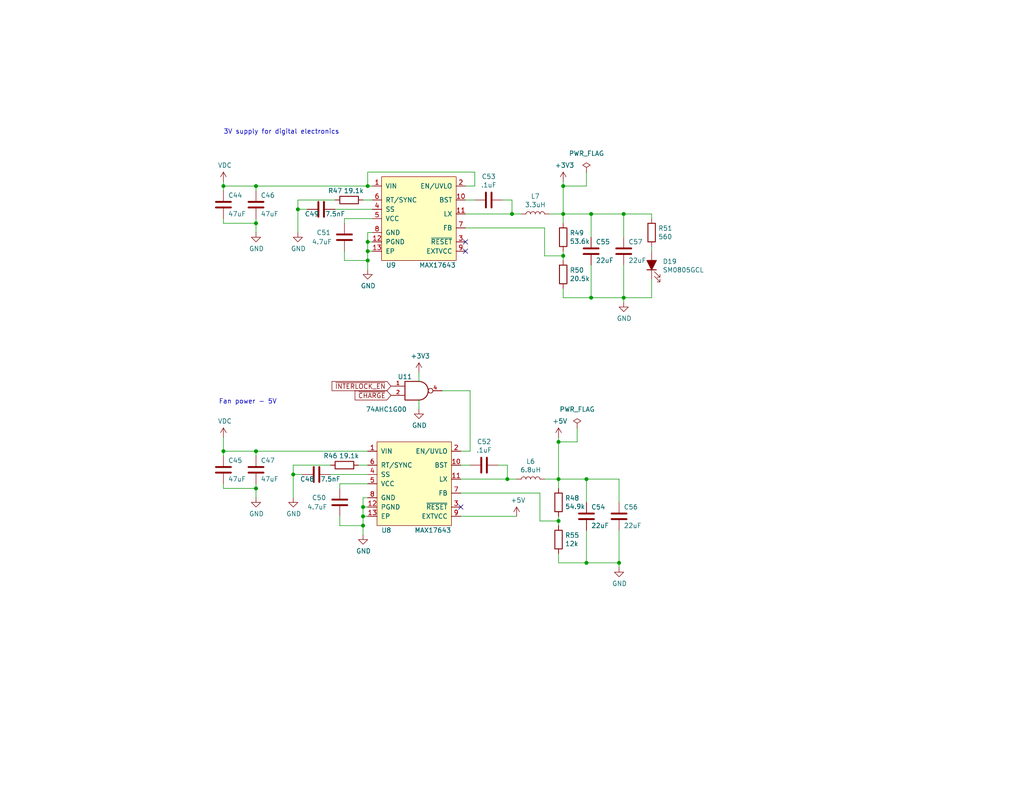
<source format=kicad_sch>
(kicad_sch (version 20211123) (generator eeschema)
  (paper "USLetter")
  (title_block (title "Digital / Fan Power") (date "2021-11-07") (rev "1.5") (company "Brian Pepin") (comment 1 "3v supply is a little hot -- about 3.1v -- to account for loss over wiring."))
  (lib_symbols
    (symbol "74xGxx:74AHC1G00" (pin_names (offset 1.016))
      (property "Reference" "U" (at -2.54 3.81 0))
      (property "Value" "74AHC1G00" (at 0 -3.81 0))
      (symbol "74AHC1G00_0_1"
        (arc (start 0 -2.54) (mid 2.54 0) (end 0 2.54) (stroke (width 0.254)))
        (polyline (pts (xy 0 -2.54) (xy -3.81 -2.54) (xy -3.81 2.54) (xy 0 2.54)) (stroke (width 0.254)))
      )
      (symbol "74AHC1G00_1_1"
        (pin input line (at -7.62 1.27 0) (length 3.81) (name "~") (number "1"))
        (pin input line (at -7.62 -1.27 0) (length 3.81) (name "~") (number "2"))
        (pin power_in line (at 0 -2.54 270) (length 0) hide (name "GND") (number "3"))
        (pin output inverted (at 6.35 0 180) (length 3.81) (name "~") (number "4"))
        (pin power_in line (at 0 2.54 90) (length 0) hide (name "VCC") (number "5"))
      )
    )
    (symbol "Device:C" (pin_numbers hide) (pin_names (offset 0.254))
      (property "Reference" "C" (at 0.635 2.54 0))
      (property "Value" "C" (at 0.635 -2.54 0))
      (symbol "C_0_1"
        (polyline (pts (xy -2.032 -0.762) (xy 2.032 -0.762)) (stroke (width 0.508)))
        (polyline (pts (xy -2.032 0.762) (xy 2.032 0.762)) (stroke (width 0.508)))
      )
      (symbol "C_1_1"
        (pin passive line (at 0 3.81 270) (length 2.794) (name "~") (number "1"))
        (pin passive line (at 0 -3.81 90) (length 2.794) (name "~") (number "2"))
      )
    )
    (symbol "Device:L" (pin_numbers hide) (pin_names (offset 1.016) hide)
      (property "Reference" "L" (at -1.27 0 90))
      (property "Value" "L" (at 1.905 0 90))
      (symbol "L_0_1"
        (arc (start 0 -2.54) (mid 0.635 -1.905) (end 0 -1.27))
        (arc (start 0 -1.27) (mid 0.635 -0.635) (end 0 0))
        (arc (start 0 0) (mid 0.635 0.635) (end 0 1.27))
        (arc (start 0 1.27) (mid 0.635 1.905) (end 0 2.54))
      )
      (symbol "L_1_1"
        (pin passive line (at 0 3.81 270) (length 1.27) (name "1") (number "1"))
        (pin passive line (at 0 -3.81 90) (length 1.27) (name "2") (number "2"))
      )
    )
    (symbol "Device:LED_Filled" (pin_numbers hide) (pin_names (offset 1.016) hide)
      (property "Reference" "D" (at 0 2.54 0))
      (property "Value" "LED_Filled" (at 0 -2.54 0))
      (symbol "LED_Filled_0_1"
        (polyline (pts (xy -1.27 -1.27) (xy -1.27 1.27)) (stroke (width 0.254)))
        (polyline (pts (xy -1.27 0) (xy 1.27 0)))
        (polyline (pts (xy 1.27 -1.27) (xy 1.27 1.27) (xy -1.27 0) (xy 1.27 -1.27)) (stroke (width 0.254)) (fill (type outline)))
        (polyline (pts (xy -3.048 -0.762) (xy -4.572 -2.286) (xy -3.81 -2.286) (xy -4.572 -2.286) (xy -4.572 -1.524)))
        (polyline (pts (xy -1.778 -0.762) (xy -3.302 -2.286) (xy -2.54 -2.286) (xy -3.302 -2.286) (xy -3.302 -1.524)))
      )
      (symbol "LED_Filled_1_1"
        (pin passive line (at -3.81 0 0) (length 2.54) (name "K") (number "1"))
        (pin passive line (at 3.81 0 180) (length 2.54) (name "A") (number "2"))
      )
    )
    (symbol "Device:R" (pin_numbers hide) (pin_names (offset 0))
      (property "Reference" "R" (at 2.032 0 90))
      (property "Value" "R" (at 0 0 90))
      (symbol "R_0_1"
        (rectangle (start -1.016 -2.54) (end 1.016 2.54) (stroke (width 0.254)))
      )
      (symbol "R_1_1"
        (pin passive line (at 0 3.81 270) (length 1.27) (name "~") (number "1"))
        (pin passive line (at 0 -3.81 90) (length 1.27) (name "~") (number "2"))
      )
    )
    (symbol "PowerSupply:MAX17643" (pin_names (offset 1.016))
      (property "Reference" "U" (at -8.89 12.7 0))
      (property "Value" "MAX17643" (at 5.08 -12.7 0))
      (symbol "MAX17643_0_1"
        (rectangle (start -10.16 11.43) (end 10.16 -11.43) (fill (type background)))
      )
      (symbol "MAX17643_1_1"
        (pin power_in line (at -12.7 8.89 0) (length 2.54) (name "VIN") (number "1"))
        (pin input line (at 12.7 5.08 180) (length 2.54) (name "BST") (number "10"))
        (pin input line (at 12.7 1.27 180) (length 2.54) (name "LX") (number "11"))
        (pin power_in line (at -12.7 -6.35 0) (length 2.54) (name "PGND") (number "12"))
        (pin power_in line (at -12.7 -8.89 0) (length 2.54) (name "EP") (number "13"))
        (pin input line (at 12.7 8.89 180) (length 2.54) (name "EN/UVLO") (number "2"))
        (pin open_collector line (at 12.7 -6.35 180) (length 2.54) (name "~{RESET}") (number "3"))
        (pin input line (at -12.7 2.54 0) (length 2.54) (name "SS") (number "4"))
        (pin output line (at -12.7 0 0) (length 2.54) (name "VCC") (number "5"))
        (pin input line (at -12.7 5.08 0) (length 2.54) (name "RT/SYNC") (number "6"))
        (pin input line (at 12.7 -2.54 180) (length 2.54) (name "FB") (number "7"))
        (pin power_in line (at -12.7 -3.81 0) (length 2.54) (name "GND") (number "8"))
        (pin input line (at 12.7 -8.89 180) (length 2.54) (name "EXTVCC") (number "9"))
      )
    )
    (symbol "power:+3V3" (power) (pin_names (offset 0))
      (property "Value" "+3V3" (at 0 3.556 0))
      (symbol "+3V3_0_1"
        (polyline (pts (xy -0.762 1.27) (xy 0 2.54)))
        (polyline (pts (xy 0 0) (xy 0 2.54)))
        (polyline (pts (xy 0 2.54) (xy 0.762 1.27)))
      )
      (symbol "+3V3_1_1"
        (pin power_in line (at 0 0 90) (length 0) hide (name "+3V3") (number "1"))
      )
    )
    (symbol "power:+5V" (power) (pin_names (offset 0))
      (property "Value" "+5V" (at 0 3.556 0))
      (symbol "+5V_0_1"
        (polyline (pts (xy -0.762 1.27) (xy 0 2.54)))
        (polyline (pts (xy 0 0) (xy 0 2.54)))
        (polyline (pts (xy 0 2.54) (xy 0.762 1.27)))
      )
      (symbol "+5V_1_1"
        (pin power_in line (at 0 0 90) (length 0) hide (name "+5V") (number "1"))
      )
    )
    (symbol "power:GND" (power) (pin_names (offset 0))
      (property "Value" "GND" (at 0 -3.81 0))
      (symbol "GND_0_1"
        (polyline (pts (xy 0 0) (xy 0 -1.27) (xy 1.27 -1.27) (xy 0 -2.54) (xy -1.27 -1.27) (xy 0 -1.27)))
      )
      (symbol "GND_1_1"
        (pin power_in line (at 0 0 270) (length 0) hide (name "GND") (number "1"))
      )
    )
    (symbol "power:PWR_FLAG" (power) (pin_numbers hide) (pin_names (offset 0) hide)
      (property "Value" "PWR_FLAG" (at 0 3.81 0))
      (symbol "PWR_FLAG_0_0"
        (pin power_out line (at 0 0 90) (length 0) (name "pwr") (number "1"))
      )
      (symbol "PWR_FLAG_0_1"
        (polyline (pts (xy 0 0) (xy 0 1.27) (xy -1.016 1.905) (xy 0 2.54) (xy 1.016 1.905) (xy 0 1.27)))
      )
    )
    (symbol "power:VDC" (power) (pin_names (offset 0))
      (property "Value" "VDC" (at 0 6.35 0))
      (symbol "VDC_0_1"
        (polyline (pts (xy -0.762 1.27) (xy 0 2.54)))
        (polyline (pts (xy 0 0) (xy 0 2.54)))
        (polyline (pts (xy 0 2.54) (xy 0.762 1.27)))
      )
      (symbol "VDC_1_1"
        (pin power_in line (at 0 0 90) (length 0) hide (name "VDC") (number "1"))
      )
    )
  )
  (junction (at 69.85 50.8))
  (junction (at 153.67 50.8))
  (junction (at 139.7 58.42))
  (junction (at 69.85 60.96))
  (junction (at 152.4 120.65))
  (junction (at 100.33 68.58))
  (junction (at 161.29 58.42))
  (junction (at 99.06 143.51))
  (junction (at 69.85 133.35))
  (junction (at 170.18 81.28))
  (junction (at 138.43 130.81))
  (junction (at 100.33 66.04))
  (junction (at 81.28 57.15))
  (junction (at 152.4 130.81))
  (junction (at 69.85 123.19))
  (junction (at 168.91 153.67))
  (junction (at 152.4 142.24))
  (junction (at 100.33 50.8))
  (junction (at 99.06 140.97))
  (junction (at 60.96 123.19))
  (junction (at 161.29 81.28))
  (junction (at 60.96 50.8))
  (junction (at 99.06 138.43))
  (junction (at 160.02 130.81))
  (junction (at 100.33 71.12))
  (junction (at 80.01 129.54))
  (junction (at 170.18 58.42))
  (junction (at 153.67 69.85))
  (junction (at 160.02 153.67))
  (junction (at 153.67 58.42))
  (no_connect (at 127 68.58))
  (no_connect (at 127 66.04))
  (no_connect (at 125.73 138.43))
  (wire (pts (xy 129.54 54.61) (xy 127 54.61)))
  (wire (pts (xy 69.85 123.19) (xy 60.96 123.19)))
  (wire (pts (xy 125.73 123.19) (xy 128.27 123.19)))
  (wire (pts (xy 152.4 142.24) (xy 147.32 142.24)))
  (wire (pts (xy 99.06 140.97) (xy 99.06 143.51)))
  (wire (pts (xy 60.96 133.35) (xy 69.85 133.35)))
  (wire (pts (xy 99.06 54.61) (xy 101.6 54.61)))
  (wire (pts (xy 91.44 57.15) (xy 101.6 57.15)))
  (wire (pts (xy 127 58.42) (xy 139.7 58.42)))
  (wire (pts (xy 81.28 57.15) (xy 81.28 63.5)))
  (wire (pts (xy 152.4 130.81) (xy 152.4 120.65)))
  (wire (pts (xy 82.55 129.54) (xy 80.01 129.54)))
  (wire (pts (xy 138.43 127) (xy 138.43 130.81)))
  (wire (pts (xy 60.96 50.8) (xy 60.96 52.07)))
  (wire (pts (xy 69.85 123.19) (xy 100.33 123.19)))
  (wire (pts (xy 60.96 59.69) (xy 60.96 60.96)))
  (wire (pts (xy 100.33 68.58) (xy 100.33 71.12)))
  (wire (pts (xy 152.4 120.65) (xy 152.4 119.38)))
  (wire (pts (xy 100.33 135.89) (xy 99.06 135.89)))
  (wire (pts (xy 153.67 50.8) (xy 153.67 49.53)))
  (wire (pts (xy 152.4 120.65) (xy 157.48 120.65)))
  (wire (pts (xy 69.85 132.08) (xy 69.85 133.35)))
  (wire (pts (xy 125.73 130.81) (xy 138.43 130.81)))
  (wire (pts (xy 92.71 140.97) (xy 92.71 143.51)))
  (wire (pts (xy 93.98 71.12) (xy 100.33 71.12)))
  (wire (pts (xy 129.54 50.8) (xy 129.54 46.99)))
  (wire (pts (xy 92.71 143.51) (xy 99.06 143.51)))
  (wire (pts (xy 69.85 123.19) (xy 69.85 124.46)))
  (wire (pts (xy 128.27 106.68) (xy 128.27 123.19)))
  (wire (pts (xy 168.91 137.16) (xy 168.91 130.81)))
  (wire (pts (xy 80.01 129.54) (xy 80.01 135.89)))
  (wire (pts (xy 114.3 109.22) (xy 114.3 111.76)))
  (wire (pts (xy 114.3 101.6) (xy 114.3 104.14)))
  (wire (pts (xy 170.18 72.39) (xy 170.18 81.28)))
  (wire (pts (xy 60.96 60.96) (xy 69.85 60.96)))
  (wire (pts (xy 148.59 130.81) (xy 152.4 130.81)))
  (wire (pts (xy 152.4 142.24) (xy 152.4 143.51)))
  (wire (pts (xy 60.96 119.38) (xy 60.96 123.19)))
  (wire (pts (xy 170.18 64.77) (xy 170.18 58.42)))
  (wire (pts (xy 120.65 106.68) (xy 128.27 106.68)))
  (wire (pts (xy 152.4 130.81) (xy 160.02 130.81)))
  (wire (pts (xy 138.43 130.81) (xy 140.97 130.81)))
  (wire (pts (xy 93.98 59.69) (xy 93.98 60.96)))
  (wire (pts (xy 147.32 142.24) (xy 147.32 134.62)))
  (wire (pts (xy 153.67 60.96) (xy 153.67 58.42)))
  (wire (pts (xy 161.29 64.77) (xy 161.29 58.42)))
  (wire (pts (xy 140.97 140.97) (xy 125.73 140.97)))
  (wire (pts (xy 153.67 81.28) (xy 153.67 78.74)))
  (wire (pts (xy 152.4 153.67) (xy 152.4 151.13)))
  (wire (pts (xy 60.96 132.08) (xy 60.96 133.35)))
  (wire (pts (xy 69.85 63.5) (xy 69.85 60.96)))
  (wire (pts (xy 90.17 129.54) (xy 100.33 129.54)))
  (wire (pts (xy 139.7 54.61) (xy 139.7 58.42)))
  (wire (pts (xy 100.33 66.04) (xy 100.33 68.58)))
  (wire (pts (xy 99.06 143.51) (xy 99.06 146.05)))
  (wire (pts (xy 161.29 72.39) (xy 161.29 81.28)))
  (wire (pts (xy 69.85 50.8) (xy 69.85 52.07)))
  (wire (pts (xy 80.01 127) (xy 80.01 129.54)))
  (wire (pts (xy 69.85 59.69) (xy 69.85 60.96)))
  (wire (pts (xy 100.33 140.97) (xy 99.06 140.97)))
  (wire (pts (xy 168.91 154.94) (xy 168.91 153.67)))
  (wire (pts (xy 161.29 58.42) (xy 170.18 58.42)))
  (wire (pts (xy 153.67 58.42) (xy 153.67 50.8)))
  (wire (pts (xy 101.6 66.04) (xy 100.33 66.04)))
  (wire (pts (xy 153.67 58.42) (xy 161.29 58.42)))
  (wire (pts (xy 91.44 54.61) (xy 81.28 54.61)))
  (wire (pts (xy 83.82 57.15) (xy 81.28 57.15)))
  (wire (pts (xy 135.89 127) (xy 138.43 127)))
  (wire (pts (xy 101.6 63.5) (xy 100.33 63.5)))
  (wire (pts (xy 177.8 81.28) (xy 177.8 76.2)))
  (wire (pts (xy 157.48 116.84) (xy 157.48 120.65)))
  (wire (pts (xy 127 50.8) (xy 129.54 50.8)))
  (wire (pts (xy 161.29 81.28) (xy 170.18 81.28)))
  (wire (pts (xy 100.33 138.43) (xy 99.06 138.43)))
  (wire (pts (xy 100.33 46.99) (xy 100.33 50.8)))
  (wire (pts (xy 170.18 81.28) (xy 177.8 81.28)))
  (wire (pts (xy 69.85 50.8) (xy 100.33 50.8)))
  (wire (pts (xy 160.02 144.78) (xy 160.02 153.67)))
  (wire (pts (xy 152.4 153.67) (xy 160.02 153.67)))
  (wire (pts (xy 101.6 59.69) (xy 93.98 59.69)))
  (wire (pts (xy 153.67 69.85) (xy 148.59 69.85)))
  (wire (pts (xy 153.67 69.85) (xy 153.67 71.12)))
  (wire (pts (xy 93.98 68.58) (xy 93.98 71.12)))
  (wire (pts (xy 92.71 132.08) (xy 92.71 133.35)))
  (wire (pts (xy 153.67 68.58) (xy 153.67 69.85)))
  (wire (pts (xy 161.29 81.28) (xy 153.67 81.28)))
  (wire (pts (xy 90.17 127) (xy 80.01 127)))
  (wire (pts (xy 153.67 50.8) (xy 160.02 50.8)))
  (wire (pts (xy 81.28 54.61) (xy 81.28 57.15)))
  (wire (pts (xy 60.96 49.53) (xy 60.96 50.8)))
  (wire (pts (xy 160.02 130.81) (xy 168.91 130.81)))
  (wire (pts (xy 128.27 127) (xy 125.73 127)))
  (wire (pts (xy 168.91 144.78) (xy 168.91 153.67)))
  (wire (pts (xy 69.85 50.8) (xy 60.96 50.8)))
  (wire (pts (xy 148.59 62.23) (xy 127 62.23)))
  (wire (pts (xy 152.4 140.97) (xy 152.4 142.24)))
  (wire (pts (xy 100.33 71.12) (xy 100.33 73.66)))
  (wire (pts (xy 152.4 133.35) (xy 152.4 130.81)))
  (wire (pts (xy 100.33 132.08) (xy 92.71 132.08)))
  (wire (pts (xy 149.86 58.42) (xy 153.67 58.42)))
  (wire (pts (xy 177.8 68.58) (xy 177.8 67.31)))
  (wire (pts (xy 100.33 63.5) (xy 100.33 66.04)))
  (wire (pts (xy 129.54 46.99) (xy 100.33 46.99)))
  (wire (pts (xy 101.6 68.58) (xy 100.33 68.58)))
  (wire (pts (xy 97.79 127) (xy 100.33 127)))
  (wire (pts (xy 69.85 135.89) (xy 69.85 133.35)))
  (wire (pts (xy 170.18 82.55) (xy 170.18 81.28)))
  (wire (pts (xy 148.59 69.85) (xy 148.59 62.23)))
  (wire (pts (xy 99.06 135.89) (xy 99.06 138.43)))
  (wire (pts (xy 99.06 138.43) (xy 99.06 140.97)))
  (wire (pts (xy 177.8 58.42) (xy 177.8 59.69)))
  (wire (pts (xy 170.18 58.42) (xy 177.8 58.42)))
  (wire (pts (xy 101.6 50.8) (xy 100.33 50.8)))
  (wire (pts (xy 160.02 137.16) (xy 160.02 130.81)))
  (wire (pts (xy 160.02 46.99) (xy 160.02 50.8)))
  (wire (pts (xy 60.96 123.19) (xy 60.96 124.46)))
  (wire (pts (xy 139.7 58.42) (xy 142.24 58.42)))
  (wire (pts (xy 160.02 153.67) (xy 168.91 153.67)))
  (wire (pts (xy 137.16 54.61) (xy 139.7 54.61)))
  (wire (pts (xy 147.32 134.62) (xy 125.73 134.62)))
  (text "Fan power - 5V" (at 59.69 110.49 0) (effects (font (size 1.27 1.27)) (justify left bottom)))
  (text "3V supply for digital electronics" (at 60.96 36.83 0) (effects (font (size 1.27 1.27)) (justify left bottom)))
  (global_label "~{CHARGE}" (shape input) (at 106.68 107.95 180) (property "Intersheet References" "${INTERSHEET_REFS}" (effects hide)))
  (global_label "~{INTERLOCK_EN}" (shape input) (at 106.68 105.41 180) (property "Intersheet References" "${INTERSHEET_REFS}" (effects hide)))
  (symbol (lib_id "PowerSupply:MAX17643") (at 114.3 59.69 0) (unit 1)
    (property "Reference" "U9" (at 106.68 72.39 0))
    (property "Value" "MAX17643" (at 119.38 72.39 0))
    (property "Footprint" "PowerSupplyFootprints:DFN-12-1EP_3x3mm_P0.5mm_EP2.05x2.5mm" (effects hide))
    (property "PartNo" "MAX17643ATC+" (effects hide))
  )
  (symbol (lib_id "power:VDC") (at 60.96 49.53 0) (unit 1)
    (property "Reference" "#PWR090" (effects hide))
    (property "Value" "VDC" (at 61.341 45.1358 0))
  )
  (symbol (lib_id "Device:C") (at 93.98 64.77 180) (unit 1)
    (property "Reference" "C51" (at 86.36 63.5 0) (effects (justify right)))
    (property "Value" "4.7uF" (at 85.09 66.04 0) (effects (justify right)))
    (property "Footprint" "Capacitor_SMD:C_0805_2012Metric" (effects hide))
    (property "PartNo" "JMK212B7475KGHT" (effects hide))
  )
  (symbol (lib_id "power:GND") (at 100.33 73.66 0) (unit 1)
    (property "Reference" "#PWR097" (effects hide))
    (property "Value" "GND" (at 100.457 78.0542 0))
  )
  (symbol (lib_id "Device:C") (at 133.35 54.61 270) (unit 1)
    (property "Reference" "C53" (at 133.35 48.2092 90))
    (property "Value" ".1uF" (at 133.35 50.5206 90))
    (property "Footprint" "Capacitor_SMD:C_0805_2012Metric" (effects hide))
    (property "PartNo" "C0805X104M5RACTU" (effects hide))
  )
  (symbol (lib_id "Device:C") (at 69.85 55.88 180) (unit 1)
    (property "Reference" "C46" (at 71.12 53.34 0) (effects (justify right)))
    (property "Value" "47uF" (at 71.12 58.42 0) (effects (justify right)))
    (property "Footprint" "Capacitor_SMD:C_1206_3216Metric" (effects hide))
    (property "PartNo" "C3216JB1E476M160AC" (effects hide))
  )
  (symbol (lib_id "Device:C") (at 60.96 55.88 180) (unit 1)
    (property "Reference" "C44" (at 62.23 53.34 0) (effects (justify right)))
    (property "Value" "47uF" (at 62.23 58.42 0) (effects (justify right)))
    (property "Footprint" "Capacitor_SMD:C_1206_3216Metric" (effects hide))
    (property "PartNo" "C3216JB1E476M160AC" (effects hide))
  )
  (symbol (lib_id "power:GND") (at 69.85 63.5 0) (unit 1)
    (property "Reference" "#PWR092" (effects hide))
    (property "Value" "GND" (at 69.977 67.8942 0))
  )
  (symbol (lib_id "Device:R") (at 95.25 54.61 270) (unit 1)
    (property "Reference" "R47" (at 91.44 52.07 90))
    (property "Value" "19.1k" (at 96.52 52.07 90))
    (property "Footprint" "Resistor_SMD:R_0805_2012Metric" (effects hide))
    (property "PartNo" "ERJ-6ENF1912V" (effects hide))
  )
  (symbol (lib_id "Device:L") (at 146.05 58.42 90) (unit 1)
    (property "Reference" "L7" (at 146.05 53.594 90))
    (property "Value" "3.3uH" (at 146.05 55.9054 90))
    (property "Footprint" "PowerSupplyFootprints:Inductor_SRP0412" (effects hide))
    (property "PartNo" "SRP0412-3R3K" (effects hide))
  )
  (symbol (lib_id "Device:C") (at 161.29 68.58 180) (unit 1)
    (property "Reference" "C55" (at 162.56 66.04 0) (effects (justify right)))
    (property "Value" "22uF" (at 162.56 71.12 0) (effects (justify right)))
    (property "Footprint" "Capacitor_SMD:C_1206_3216Metric" (effects hide))
    (property "PartNo" "C3216X5R1V226M160AC" (effects hide))
  )
  (symbol (lib_id "Device:C") (at 170.18 68.58 180) (unit 1)
    (property "Reference" "C57" (at 171.45 66.04 0) (effects (justify right)))
    (property "Value" "22uF" (at 171.45 71.12 0) (effects (justify right)))
    (property "Footprint" "Capacitor_SMD:C_1206_3216Metric" (effects hide))
    (property "PartNo" "C3216X5R1V226M160AC" (effects hide))
  )
  (symbol (lib_id "Device:R") (at 177.8 63.5 180) (unit 1)
    (property "Reference" "R51" (at 179.578 62.3316 0) (effects (justify right)))
    (property "Value" "560" (at 179.578 64.643 0) (effects (justify right)))
    (property "Footprint" "Resistor_SMD:R_0805_2012Metric" (effects hide))
    (property "PartNo" "ERJ-6ENF5600V" (effects hide))
  )
  (symbol (lib_id "Device:LED_Filled") (at 177.8 72.39 90) (unit 1)
    (property "Reference" "D19" (at 180.7972 71.3994 90) (effects (justify right)))
    (property "Value" "SM0805GCL" (at 180.7972 73.7108 90) (effects (justify right)))
    (property "Footprint" "LED_SMD:LED_0805_2012Metric_Castellated" (effects hide))
    (property "PartNo" "SM0805GCL" (effects hide))
  )
  (symbol (lib_id "power:GND") (at 170.18 82.55 0) (unit 1)
    (property "Reference" "#PWR0102" (effects hide))
    (property "Value" "GND" (at 170.307 86.9442 0))
  )
  (symbol (lib_id "Device:C") (at 87.63 57.15 270) (unit 1)
    (property "Reference" "C49" (at 85.09 58.42 90))
    (property "Value" "7.5nF" (at 91.44 58.42 90))
    (property "Footprint" "Capacitor_SMD:C_0805_2012Metric" (effects hide))
    (property "PartNo" "C0805C752F8HACTU" (effects hide))
  )
  (symbol (lib_id "power:GND") (at 81.28 63.5 0) (unit 1)
    (property "Reference" "#PWR095" (effects hide))
    (property "Value" "GND" (at 81.407 67.8942 0))
  )
  (symbol (lib_id "Device:R") (at 153.67 64.77 180) (unit 1)
    (property "Reference" "R49" (at 155.448 63.6016 0) (effects (justify right)))
    (property "Value" "53.6k" (at 155.448 65.913 0) (effects (justify right)))
    (property "Footprint" "Resistor_SMD:R_0805_2012Metric" (effects hide))
    (property "PartNo" "ERJ-6ENF5362V" (effects hide))
  )
  (symbol (lib_id "Device:R") (at 153.67 74.93 180) (unit 1)
    (property "Reference" "R50" (at 155.448 73.7616 0) (effects (justify right)))
    (property "Value" "20.5k" (at 155.448 76.073 0) (effects (justify right)))
    (property "Footprint" "Resistor_SMD:R_0805_2012Metric" (effects hide))
    (property "PartNo" "ERJ-6ENF2052V" (effects hide))
  )
  (symbol (lib_id "PowerSupply:MAX17643") (at 113.03 132.08 0) (unit 1)
    (property "Reference" "U8" (at 105.41 144.78 0))
    (property "Value" "MAX17643" (at 118.11 144.78 0))
    (property "Footprint" "PowerSupplyFootprints:DFN-12-1EP_3x3mm_P0.5mm_EP2.05x2.5mm" (effects hide))
    (property "PartNo" "MAX17643ATC+" (effects hide))
  )
  (symbol (lib_id "power:VDC") (at 60.96 119.38 0) (unit 1)
    (property "Reference" "#PWR091" (effects hide))
    (property "Value" "VDC" (at 61.341 114.9858 0))
  )
  (symbol (lib_id "Device:C") (at 92.71 137.16 180) (unit 1)
    (property "Reference" "C50" (at 85.09 135.89 0) (effects (justify right)))
    (property "Value" "4.7uF" (at 83.82 138.43 0) (effects (justify right)))
    (property "Footprint" "Capacitor_SMD:C_0805_2012Metric" (effects hide))
    (property "PartNo" "JMK212B7475KGHT" (effects hide))
  )
  (symbol (lib_id "power:GND") (at 99.06 146.05 0) (unit 1)
    (property "Reference" "#PWR096" (effects hide))
    (property "Value" "GND" (at 99.187 150.4442 0))
  )
  (symbol (lib_id "Device:C") (at 132.08 127 270) (unit 1)
    (property "Reference" "C52" (at 132.08 120.5992 90))
    (property "Value" ".1uF" (at 132.08 122.9106 90))
    (property "Footprint" "Capacitor_SMD:C_0805_2012Metric" (effects hide))
    (property "PartNo" "C0805X104M5RACTU" (effects hide))
  )
  (symbol (lib_id "Device:C") (at 69.85 128.27 180) (unit 1)
    (property "Reference" "C47" (at 71.12 125.73 0) (effects (justify right)))
    (property "Value" "47uF" (at 71.12 130.81 0) (effects (justify right)))
    (property "Footprint" "Capacitor_SMD:C_1206_3216Metric" (effects hide))
    (property "PartNo" "C3216JB1E476M160AC" (effects hide))
  )
  (symbol (lib_id "Device:C") (at 60.96 128.27 180) (unit 1)
    (property "Reference" "C45" (at 62.23 125.73 0) (effects (justify right)))
    (property "Value" "47uF" (at 62.23 130.81 0) (effects (justify right)))
    (property "Footprint" "Capacitor_SMD:C_1206_3216Metric" (effects hide))
    (property "PartNo" "C3216JB1E476M160AC" (effects hide))
  )
  (symbol (lib_id "power:GND") (at 69.85 135.89 0) (unit 1)
    (property "Reference" "#PWR093" (effects hide))
    (property "Value" "GND" (at 69.977 140.2842 0))
  )
  (symbol (lib_id "Device:R") (at 93.98 127 270) (unit 1)
    (property "Reference" "R46" (at 90.17 124.46 90))
    (property "Value" "19.1k" (at 95.25 124.46 90))
    (property "Footprint" "Resistor_SMD:R_0805_2012Metric" (effects hide))
    (property "PartNo" "ERJ-6ENF1912V" (effects hide))
  )
  (symbol (lib_id "Device:L") (at 144.78 130.81 90) (unit 1)
    (property "Reference" "L6" (at 144.78 125.984 90))
    (property "Value" "6.8uH" (at 144.78 128.2954 90))
    (property "Footprint" "PowerSupplyFootprints:Inductor_SRP0412" (effects hide))
    (property "PartNo" "SRP0412-6R8K" (effects hide))
  )
  (symbol (lib_id "Device:C") (at 160.02 140.97 180) (unit 1)
    (property "Reference" "C54" (at 161.29 138.43 0) (effects (justify right)))
    (property "Value" "22uF" (at 161.29 143.51 0) (effects (justify right)))
    (property "Footprint" "Capacitor_SMD:C_1206_3216Metric" (effects hide))
    (property "PartNo" "C3216X5R1V226M160AC" (effects hide))
  )
  (symbol (lib_id "Device:C") (at 168.91 140.97 180) (unit 1)
    (property "Reference" "C56" (at 170.18 138.43 0) (effects (justify right)))
    (property "Value" "22uF" (at 170.18 143.51 0) (effects (justify right)))
    (property "Footprint" "Capacitor_SMD:C_1206_3216Metric" (effects hide))
    (property "PartNo" "C3216X5R1V226M160AC" (effects hide))
  )
  (symbol (lib_id "power:GND") (at 168.91 154.94 0) (unit 1)
    (property "Reference" "#PWR0101" (effects hide))
    (property "Value" "GND" (at 169.037 159.3342 0))
  )
  (symbol (lib_id "Device:C") (at 86.36 129.54 270) (unit 1)
    (property "Reference" "C48" (at 83.82 130.81 90))
    (property "Value" "7.5nF" (at 90.17 130.81 90))
    (property "Footprint" "Capacitor_SMD:C_0805_2012Metric" (effects hide))
    (property "PartNo" "C0805C752F8HACTU" (effects hide))
  )
  (symbol (lib_id "power:GND") (at 80.01 135.89 0) (unit 1)
    (property "Reference" "#PWR094" (effects hide))
    (property "Value" "GND" (at 80.137 140.2842 0))
  )
  (symbol (lib_id "Device:R") (at 152.4 137.16 180) (unit 1)
    (property "Reference" "R48" (at 154.178 135.9916 0) (effects (justify right)))
    (property "Value" "54.9k" (at 154.178 138.303 0) (effects (justify right)))
    (property "Footprint" "Resistor_SMD:R_0805_2012Metric" (effects hide))
    (property "PartNo" "ERJ-6ENF5492V" (effects hide))
  )
  (symbol (lib_id "Device:R") (at 152.4 147.32 0) (unit 1)
    (property "Reference" "R55" (at 154.178 146.1516 0) (effects (justify left)))
    (property "Value" "12k" (at 154.178 148.463 0) (effects (justify left)))
    (property "Footprint" "Resistor_SMD:R_0805_2012Metric" (effects hide))
    (property "PartNo" "ERJ-P06F1202V" (effects hide))
  )
  (symbol (lib_id "power:+5V") (at 152.4 119.38 0) (unit 1)
    (property "Reference" "#PWR099" (effects hide))
    (property "Value" "+5V" (at 152.781 114.9858 0))
  )
  (symbol (lib_id "power:+5V") (at 140.97 140.97 0) (unit 1)
    (property "Reference" "#PWR098" (effects hide))
    (property "Value" "+5V" (at 141.351 136.5758 0))
  )
  (symbol (lib_id "power:GND") (at 114.3 111.76 0) (unit 1)
    (property "Reference" "#PWR0108" (effects hide))
    (property "Value" "GND" (at 114.427 116.1542 0))
  )
  (symbol (lib_id "power:PWR_FLAG") (at 157.48 116.84 0) (unit 1)
    (property "Reference" "#FLG02" (effects hide))
    (property "Value" "PWR_FLAG" (at 157.48 111.76 0))
  )
  (symbol (lib_id "power:+3V3") (at 153.67 49.53 0) (unit 1)
    (property "Reference" "#PWR03" (effects hide))
    (property "Value" "+3V3" (at 154.051 45.1358 0))
  )
  (symbol (lib_id "power:+3V3") (at 114.3 101.6 0) (unit 1)
    (property "Reference" "#PWR0109" (effects hide))
    (property "Value" "+3V3" (at 114.681 97.2058 0))
  )
  (symbol (lib_id "power:PWR_FLAG") (at 160.02 46.99 0) (unit 1)
    (property "Reference" "#FLG08" (effects hide))
    (property "Value" "PWR_FLAG" (at 160.02 41.91 0))
  )
  (symbol (lib_id "74xGxx:74AHC1G00") (at 114.3 106.68 0) (unit 1)
    (property "Reference" "U11" (at 110.49 102.87 0))
    (property "Value" "74AHC1G00" (at 105.41 111.76 0))
    (property "Footprint" "Package_TO_SOT_SMD:SOT-23-5" (effects hide))
    (property "Datasheet" "http://www.ti.com/lit/sg/scyt129e/scyt129e.pdf" (effects hide))
    (property "PartNo" "SN74AHC1G00DBVR" (effects hide))
  )
)
</source>
